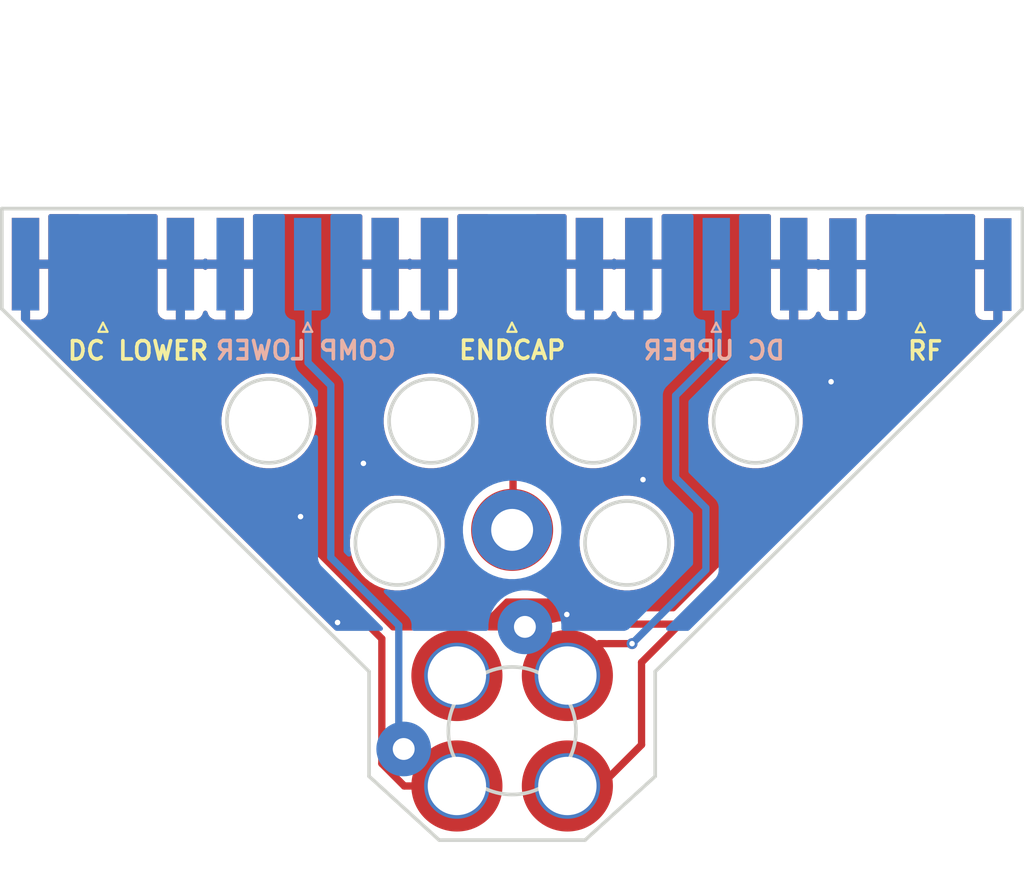
<source format=kicad_pcb>
(kicad_pcb (version 20241229) (generator "pcbnew") (generator_version "9.0")
  (layers (0 "F.Cu" signal) (2 "B.Cu" signal) (13 "F.Paste" user) (15 "B.Paste" user) (5 "F.SilkS" user "F.Silkscreen") (7 "B.SilkS" user "B.Silkscreen") (1 "F.Mask" user) (3 "B.Mask" user) (25 "Edge.Cuts" user))
  (net 0 "")
  (net 1 "GND")
  (net 2 "/ENDCAP")
  (net 3 "/RF1")
  (net 4 "/COMP_LOW")
  (net 5 "/DCUPPER")
  (net 6 "/DCLOWER")
  (footprint "mine:2.3mm for ring double sided" (layer "F.Cu") (at 133 73.678)
    (property "Reference" "endcaps1" (hide yes))
    (property "Value" "MountingHole_Pad" (hide yes))
    (pad "1" thru_hole circle (at 0 0) (size 2.7 2.7) (drill 2.3) (layers "*.Cu" "*.Mask") (net 2 "/ENDCAP"))
    (pad "1" connect circle (at 0 0) (size 4.4 4.4) (layers "B.Cu" "B.Mask") (net 2 "/ENDCAP"))
    (pad "1" connect circle (at 0 0) (size 4.5 4.5) (layers "F.Cu" "F.Mask") (net 2 "/ENDCAP"))
  )
  (footprint "mine:single sided RF small ring 3mm" (layer "F.Cu") (at 129.97 87.73)
    (property "Reference" "dclower1" (hide yes))
    (property "Value" "MountingHole_Pad" (hide yes))
    (pad "1" thru_hole circle (at 0 0) (size 3.6 3.6) (drill 3.2) (layers "*.Cu" "*.Mask") (net 6 "/DCLOWER"))
    (pad "1" connect circle (at 0 0) (size 5 5) (layers "F.Cu" "F.Mask") (net 6 "/DCLOWER"))
  )
  (footprint "mine:single sided RF small ring 3mm" (layer "F.Cu") (at 136.03 81.67)
    (property "Reference" "DCHIGH1" (hide yes))
    (property "Value" "Conn_Coaxial" (hide yes))
    (pad "1" thru_hole circle (at 0 0) (size 3.6 3.6) (drill 3.2) (layers "*.Cu" "*.Mask") (net 5 "/DCUPPER"))
    (pad "1" connect circle (at 0 0) (size 5 5) (layers "F.Cu" "F.Mask") (net 5 "/DCUPPER"))
  )
  (footprint "Connector_Coaxial:SMA_Amphenol_132289_EdgeMount" (layer "F.Cu") (at 110.55 59.1 90)
    (property "Reference" "DCLOW1" (hide yes))
    (property "Value" "Conn_Coaxial" (hide yes))
    (fp_line (start -3.71 -0.25) (end -3.71 0.25) (stroke (width 0.12)) (layer "F.SilkS"))
    (fp_line (start -3.21 0) (end -3.71 -0.25) (stroke (width 0.12)) (layer "F.SilkS"))
    (fp_line (start -3.71 0.25) (end -3.21 0) (stroke (width 0.12)) (layer "F.SilkS"))
    (pad "1" smd rect (at 0 0 180) (size 1.5 5.08) (layers "F.Cu" "F.Mask" "F.Paste") (net 6 "/DCLOWER"))
    (pad "2" smd rect (at 0 -4.25 180) (size 1.5 5.08) (layers "F.Cu" "F.Mask" "F.Paste") (net 1 "GND"))
    (pad "2" smd rect (at 0 -4.25 180) (size 1.5 5.08) (layers "B.Cu" "B.Mask" "B.Paste") (net 1 "GND"))
    (pad "2" smd rect (at 0 4.25 180) (size 1.5 5.08) (layers "F.Cu" "F.Mask" "F.Paste") (net 1 "GND"))
    (pad "2" smd rect (at 0 4.25 180) (size 1.5 5.08) (layers "B.Cu" "B.Mask" "B.Paste") (net 1 "GND"))
  )
  (footprint "Connector_Coaxial:SMA_Amphenol_132289_EdgeMount" (layer "F.Cu") (at 132.99 59.1 90)
    (property "Reference" "ENDCAP1" (hide yes))
    (property "Value" "Conn_Coaxial" (hide yes))
    (fp_line (start -3.71 -0.25) (end -3.71 0.25) (stroke (width 0.12)) (layer "F.SilkS"))
    (fp_line (start -3.21 0) (end -3.71 -0.25) (stroke (width 0.12)) (layer "F.SilkS"))
    (fp_line (start -3.71 0.25) (end -3.21 0) (stroke (width 0.12)) (layer "F.SilkS"))
    (pad "1" smd rect (at 0 0 180) (size 1.5 5.08) (layers "F.Cu" "F.Mask" "F.Paste") (net 2 "/ENDCAP"))
    (pad "2" smd rect (at 0 -4.25 180) (size 1.5 5.08) (layers "F.Cu" "F.Mask" "F.Paste") (net 1 "GND"))
    (pad "2" smd rect (at 0 -4.25 180) (size 1.5 5.08) (layers "B.Cu" "B.Mask" "B.Paste") (net 1 "GND"))
    (pad "2" smd rect (at 0 4.25 180) (size 1.5 5.08) (layers "F.Cu" "F.Mask" "F.Paste") (net 1 "GND"))
    (pad "2" smd rect (at 0 4.25 180) (size 1.5 5.08) (layers "B.Cu" "B.Mask" "B.Paste") (net 1 "GND"))
  )
  (footprint "mine:single sided RF small ring 3mm" (layer "F.Cu") (at 136.03 87.73)
    (property "Reference" "rflower1" (hide yes))
    (property "Value" "MountingHole_Pad" (hide yes))
    (pad "1" thru_hole circle (at 0 0) (size 3.6 3.6) (drill 3.2) (layers "*.Cu" "*.Mask") (net 3 "/RF1"))
    (pad "1" connect circle (at 0 0) (size 5 5) (layers "F.Cu" "F.Mask") (net 3 "/RF1"))
  )
  (footprint "mine:single sided RF small ring 3mm" (layer "F.Cu") (at 129.97 81.67)
    (property "Reference" "rfupper1" (hide yes))
    (property "Value" "MountingHole_Pad" (hide yes))
    (pad "1" thru_hole circle (at 0 0) (size 3.6 3.6) (drill 3.2) (layers "*.Cu" "*.Mask") (net 3 "/RF1"))
    (pad "1" connect circle (at 0 0) (size 5 5) (layers "F.Cu" "F.Mask") (net 3 "/RF1"))
  )
  (footprint "Connector_Coaxial:SMA_Amphenol_132289_EdgeMount" (layer "F.Cu") (at 155.4 59.1225 90)
    (property "Reference" "RF1" (hide yes))
    (property "Value" "Conn_Coaxial" (hide yes))
    (fp_line (start -3.71 -0.25) (end -3.71 0.25) (stroke (width 0.12)) (layer "F.SilkS"))
    (fp_line (start -3.21 0) (end -3.71 -0.25) (stroke (width 0.12)) (layer "F.SilkS"))
    (fp_line (start -3.71 0.25) (end -3.21 0) (stroke (width 0.12)) (layer "F.SilkS"))
    (pad "1" smd rect (at 0 0 180) (size 1.5 5.08) (layers "F.Cu" "F.Mask" "F.Paste") (net 3 "/RF1"))
    (pad "2" smd rect (at 0 -4.25 180) (size 1.5 5.08) (layers "F.Cu" "F.Mask" "F.Paste") (net 1 "GND"))
    (pad "2" smd rect (at 0 -4.25 180) (size 1.5 5.08) (layers "B.Cu" "B.Mask" "B.Paste") (net 1 "GND"))
    (pad "2" smd rect (at 0 4.25 180) (size 1.5 5.08) (layers "F.Cu" "F.Mask" "F.Paste") (net 1 "GND"))
    (pad "2" smd rect (at 0 4.25 180) (size 1.5 5.08) (layers "B.Cu" "B.Mask" "B.Paste") (net 1 "GND"))
  )
  (footprint "Connector_Coaxial:SMA_Amphenol_132289_EdgeMount" (layer "B.Cu") (at 144.2 59.1 90)
    (property "Reference" "DCHIGH1" (hide yes))
    (property "Value" "Conn_Coaxial" (hide yes))
    (fp_line (start -3.71 -0.25) (end -3.21 0) (stroke (width 0.12)) (layer "B.SilkS"))
    (fp_line (start -3.21 0) (end -3.71 0.25) (stroke (width 0.12)) (layer "B.SilkS"))
    (fp_line (start -3.71 0.25) (end -3.71 -0.25) (stroke (width 0.12)) (layer "B.SilkS"))
    (pad "1" smd rect (at 0 0) (size 1.5 5.08) (layers "B.Cu" "B.Mask" "B.Paste") (net 5 "/DCUPPER"))
    (pad "2" smd rect (at 0 -4.25) (size 1.5 5.08) (layers "F.Cu" "F.Mask" "F.Paste") (net 1 "GND"))
    (pad "2" smd rect (at 0 -4.25) (size 1.5 5.08) (layers "B.Cu" "B.Mask" "B.Paste") (net 1 "GND"))
    (pad "2" smd rect (at 0 4.25) (size 1.5 5.08) (layers "F.Cu" "F.Mask" "F.Paste") (net 1 "GND"))
    (pad "2" smd rect (at 0 4.25) (size 1.5 5.08) (layers "B.Cu" "B.Mask" "B.Paste") (net 1 "GND"))
  )
  (footprint "mine:single sided 1.2m holes for DC" (layer "B.Cu") (at 127.05 85.7 180)
    (property "Reference" "complower1" (hide yes))
    (property "Value" "MountingHole_Pad" (hide yes))
    (pad "1" thru_hole circle (at 0 0 180) (size 1.6 1.6) (drill 1.2) (layers "*.Cu" "*.Mask") (net 4 "/COMP_LOW"))
    (pad "1" connect circle (at 0 0 180) (size 3 3) (layers "B.Cu" "B.Mask") (net 4 "/COMP_LOW"))
  )
  (footprint "mine:single sided 1.2m holes for DC" (layer "B.Cu") (at 133.7 79 180)
    (property "Reference" "nothing" (hide yes))
    (property "Value" "MountingHole_Pad" (hide yes))
    (pad "1" thru_hole circle (at 0 0 180) (size 1.6 1.6) (drill 1.2) (layers "*.Cu" "*.Mask") (net 4 "/COMP_LOW"))
    (pad "1" connect circle (at 0 0 180) (size 3 3) (layers "B.Cu" "B.Mask") (net 4 "/COMP_LOW"))
  )
  (footprint "Connector_Coaxial:SMA_Amphenol_132289_EdgeMount" (layer "B.Cu") (at 121.78 59.1 90)
    (property "Reference" "COMPLOW1" (hide yes))
    (property "Value" "Conn_Coaxial" (hide yes))
    (fp_line (start -3.71 -0.25) (end -3.21 0) (stroke (width 0.12)) (layer "B.SilkS"))
    (fp_line (start -3.21 0) (end -3.71 0.25) (stroke (width 0.12)) (layer "B.SilkS"))
    (fp_line (start -3.71 0.25) (end -3.71 -0.25) (stroke (width 0.12)) (layer "B.SilkS"))
    (pad "1" smd rect (at 0 0) (size 1.5 5.08) (layers "B.Cu" "B.Mask" "B.Paste") (net 4 "/COMP_LOW"))
    (pad "2" smd rect (at 0 -4.25) (size 1.5 5.08) (layers "F.Cu" "F.Mask" "F.Paste") (net 1 "GND"))
    (pad "2" smd rect (at 0 -4.25) (size 1.5 5.08) (layers "B.Cu" "B.Mask" "B.Paste") (net 1 "GND"))
    (pad "2" smd rect (at 0 4.25) (size 1.5 5.08) (layers "F.Cu" "F.Mask" "F.Paste") (net 1 "GND"))
    (pad "2" smd rect (at 0 4.25) (size 1.5 5.08) (layers "B.Cu" "B.Mask" "B.Paste") (net 1 "GND"))
  )
  (gr_circle (center 146.35 67.7) (end 148.65 67.7) (stroke (width 0.2)) (fill no) (layer "Edge.Cuts"))
  (gr_line (start 129 90.7) (end 137 90.7) (stroke (width 0.2)) (layer "Edge.Cuts"))
  (gr_line (start 125.15 87.2) (end 129 90.7) (stroke (width 0.2)) (layer "Edge.Cuts"))
  (gr_line (start 105 61.55) (end 125.15 81.45) (stroke (width 0.2)) (layer "Edge.Cuts"))
  (gr_line (start 140.85 81.45) (end 161 61.55) (stroke (width 0.2)) (layer "Edge.Cuts"))
  (gr_line (start 125.15 81.45) (end 125.15 87.2) (stroke (width 0.2)) (layer "Edge.Cuts"))
  (gr_line (start 137 90.7) (end 140.85 87.2) (stroke (width 0.2)) (layer "Edge.Cuts"))
  (gr_circle (center 139.3 74.4) (end 141.6 74.4) (stroke (width 0.2)) (fill no) (layer "Edge.Cuts"))
  (gr_circle (center 126.7 74.4) (end 129 74.4) (stroke (width 0.2)) (fill no) (layer "Edge.Cuts"))
  (gr_line (start 161 56.05) (end 105 56.05) (stroke (width 0.2)) (layer "Edge.Cuts"))
  (gr_line (start 161 61.55) (end 161 56.05) (stroke (width 0.2)) (layer "Edge.Cuts"))
  (gr_circle (center 137.45 67.7) (end 139.75 67.7) (stroke (width 0.2)) (fill no) (layer "Edge.Cuts"))
  (gr_line (start 105 56.05) (end 105 61.55) (stroke (width 0.2)) (layer "Edge.Cuts"))
  (gr_circle (center 133 84.7) (end 136.5 84.7) (stroke (width 0.2)) (fill no) (layer "Edge.Cuts"))
  (gr_circle (center 119.65 67.7) (end 121.95 67.7) (stroke (width 0.2)) (fill no) (layer "Edge.Cuts"))
  (gr_line (start 140.85 87.2) (end 140.85 81.45) (stroke (width 0.2)) (layer "Edge.Cuts"))
  (gr_circle (center 128.55 67.7) (end 130.85 67.7) (stroke (width 0.2)) (fill no) (layer "Edge.Cuts"))
  (gr_text "ENDCAP" (at 129.97 64.4 0) (layer "F.SilkS") (effects (font (size 1 1) (thickness 0.2) (bold yes)) (justify left bottom)))
  (gr_text "RF" (at 154.6 64.44 0) (layer "F.SilkS") (effects (font (size 1 1) (thickness 0.2) (bold yes)) (justify left bottom)))
  (gr_text "DC LOWER" (at 108.51 64.43 0) (layer "F.SilkS") (effects (font (size 1 1) (thickness 0.2) (bold yes)) (justify left bottom)))
  (gr_text "COMP LOWER" (at 126.75 64.42 0) (layer "B.SilkS") (effects (font (size 1 1) (thickness 0.2) (bold yes)) (justify left bottom mirror)))
  (gr_text "DC UPPER" (at 148.07 64.42 0) (layer "B.SilkS") (effects (font (size 1 1) (thickness 0.2) (bold yes)) (justify left bottom mirror)))
  (via (at 140.18 70.92) (size 0.6) (drill 0.3) (layers "F.Cu" "B.Cu") (net 1))
  (via (at 150.5 65.55) (size 0.6) (drill 0.3) (layers "F.Cu" "B.Cu") (net 1))
  (via (at 123.42 78.76) (size 0.6) (drill 0.3) (layers "F.Cu" "B.Cu") (net 1))
  (via (at 136 78.32) (size 0.6) (drill 0.3) (layers "F.Cu" "B.Cu") (net 1))
  (via (at 121.39 72.95) (size 0.6) (drill 0.3) (layers "F.Cu" "B.Cu") (net 1))
  (via (at 124.84 70.03) (size 0.6) (drill 0.3) (layers "F.Cu" "B.Cu") (net 1))
  (segment (start 133.05 73.633) (end 133.005 73.678) (width 0.2) (layer "F.Cu") (net 2))
  (segment (start 133.05 59.1) (end 133.05 73.633) (width 0.4) (layer "F.Cu") (net 2))
  (segment (start 133.05 73.628) (end 133.1 73.678) (width 0.2) (layer "B.Cu") (net 2))
  (segment (start 129.97 79.124416) (end 129.97 81.67) (width 0.4) (layer "F.Cu") (net 3))
  (segment (start 155.55 65.5) (end 149.125 71.925) (width 0.4) (layer "F.Cu") (net 3))
  (segment (start 137.57 87.73) (end 136.03 87.73) (width 0.4) (layer "F.Cu") (net 3))
  (segment (start 132.354416 76.74) (end 129.97 79.124416) (width 0.4) (layer "F.Cu") (net 3))
  (segment (start 142.2 78.85) (end 140.1 80.95) (width 0.4) (layer "F.Cu") (net 3))
  (segment (start 138.35 78.85) (end 136.24 76.74) (width 0.4) (layer "F.Cu") (net 3))
  (segment (start 140.1 80.95) (end 140.1 85.47) (width 0.4) (layer "F.Cu") (net 3))
  (segment (start 137.84 87.73) (end 136.03 87.73) (width 0.4) (layer "F.Cu") (net 3))
  (segment (start 140.1 85.47) (end 137.84 87.73) (width 0.4) (layer "F.Cu") (net 3))
  (segment (start 137.37 87.73) (end 136.03 87.73) (width 0.4) (layer "F.Cu") (net 3))
  (segment (start 149.125 71.925) (end 142.2 78.85) (width 0.4) (layer "F.Cu") (net 3))
  (segment (start 142.2 78.85) (end 138.35 78.85) (width 0.4) (layer "F.Cu") (net 3))
  (segment (start 136.24 76.74) (end 132.354416 76.74) (width 0.4) (layer "F.Cu") (net 3))
  (segment (start 155.55 59.1) (end 155.55 65.5) (width 0.4) (layer "F.Cu") (net 3))
  (segment (start 123.05 75.19) (end 126.78 78.92) (width 0.4) (layer "B.Cu") (net 4))
  (segment (start 121.8 64.5) (end 123.05 65.75) (width 0.4) (layer "B.Cu") (net 4))
  (segment (start 126.78 78.92) (end 126.78 85.43) (width 0.4) (layer "B.Cu") (net 4))
  (segment (start 123.05 65.75) (end 123.05 75.19) (width 0.4) (layer "B.Cu") (net 4))
  (segment (start 121.8 59.1) (end 121.8 64.5) (width 0.4) (layer "B.Cu") (net 4))
  (segment (start 126.78 85.43) (end 127.05 85.7) (width 0.4) (layer "B.Cu") (net 4))
  (segment (start 139.58 79.92) (end 137.78 79.92) (width 0.4) (layer "F.Cu") (net 5))
  (segment (start 137.78 79.92) (end 136.03 81.67) (width 0.4) (layer "F.Cu") (net 5))
  (via (at 139.58 79.92) (size 0.6) (drill 0.3) (layers "F.Cu" "B.Cu") (net 5))
  (segment (start 141.97 70.1) (end 141.97 70.82) (width 0.4) (layer "B.Cu") (net 5))
  (segment (start 143.63 72.48) (end 143.63 75.87) (width 0.4) (layer "B.Cu") (net 5))
  (segment (start 141.97 66.31) (end 141.97 70.08) (width 0.4) (layer "B.Cu") (net 5))
  (segment (start 136.85 81.67) (end 136.03 81.67) (width 0.2) (layer "B.Cu") (net 5))
  (segment (start 144.3 63.98) (end 141.97 66.31) (width 0.4) (layer "B.Cu") (net 5))
  (segment (start 143.63 75.87) (end 139.58 79.92) (width 0.4) (layer "B.Cu") (net 5))
  (segment (start 141.97 70.82) (end 143.63 72.48) (width 0.4) (layer "B.Cu") (net 5))
  (segment (start 139.58 79.92) (end 139.56 79.94) (width 0.4) (layer "B.Cu") (net 5))
  (segment (start 144.3 59.1) (end 144.3 63.98) (width 0.4) (layer "B.Cu") (net 5))
  (segment (start 127.08 87.73) (end 129.97 87.73) (width 0.4) (layer "F.Cu") (net 6))
  (segment (start 125.85 79.65) (end 125.85 86.5) (width 0.4) (layer "F.Cu") (net 6))
  (segment (start 110.55 59.1) (end 110.55 64.35) (width 0.4) (layer "F.Cu") (net 6))
  (segment (start 125.85 86.5) (end 127.08 87.73) (width 0.4) (layer "F.Cu") (net 6))
  (segment (start 110.55 64.35) (end 125.85 79.65) (width 0.4) (layer "F.Cu") (net 6))
  (zone (net 1) (net_name "GND") (layer "F.Cu") (connect_pads (clearance 0.5)) (min_thickness 0.25) (fill yes (thermal_gap 0.5) (thermal_bridge_width 0.5) (island_removal_mode 1) (island_area_min 10))
    (polygon (pts (xy 105 56) (xy 104.95 61.5) (xy 122.871805 79.2) (xy 143.122556 79.2) (xy 161 61.5) (xy 161 60.5) (xy 161 56.05) (xy 105 56.05)))
  )
  (zone (net 1) (net_name "GND") (layer "B.Cu") (priority 1) (connect_pads (clearance 0.5)) (min_thickness 0.25) (fill yes (thermal_gap 0.5) (thermal_bridge_width 0.5) (island_removal_mode 1) (island_area_min 10))
    (polygon (pts (xy 105 56.05) (xy 161 56.05) (xy 161 61.5) (xy 143.146767 79.22) (xy 122.892055 79.22) (xy 104.95 61.5)))
  )
)
</source>
